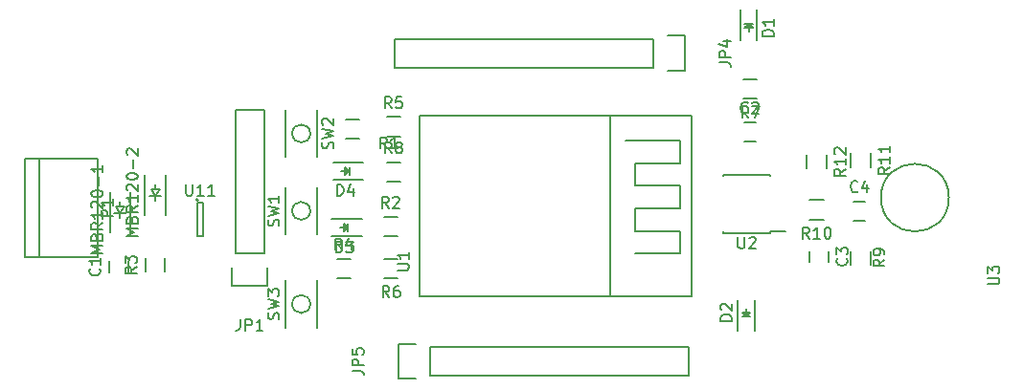
<source format=gbr>
G04 #@! TF.FileFunction,Legend,Top*
%FSLAX46Y46*%
G04 Gerber Fmt 4.6, Leading zero omitted, Abs format (unit mm)*
G04 Created by KiCad (PCBNEW 4.0.2-4+6225~38~ubuntu15.10.1-stable) date Thu 10 Mar 2016 05:21:24 PM CST*
%MOMM*%
G01*
G04 APERTURE LIST*
%ADD10C,0.100000*%
%ADD11C,0.150000*%
G04 APERTURE END LIST*
D10*
D11*
X179520000Y-73630000D02*
X175520000Y-73630000D01*
X174720000Y-63630000D02*
X179520000Y-63630000D01*
X179520000Y-63630000D02*
X179520000Y-65630000D01*
X179520000Y-65630000D02*
X175520000Y-65630000D01*
X175520000Y-65630000D02*
X175520000Y-67630000D01*
X175520000Y-67630000D02*
X179520000Y-67630000D01*
X179520000Y-67630000D02*
X179520000Y-69630000D01*
X179520000Y-69630000D02*
X175520000Y-69630000D01*
X175520000Y-69630000D02*
X175520000Y-71630000D01*
X175520000Y-71630000D02*
X179520000Y-71630000D01*
X179520000Y-71630000D02*
X179520000Y-73630000D01*
X173320000Y-61430000D02*
X173320000Y-77430000D01*
X156520000Y-61430000D02*
X180520000Y-61430000D01*
X180520000Y-61430000D02*
X180520000Y-77430000D01*
X180520000Y-77430000D02*
X156520000Y-77430000D01*
X156520000Y-77430000D02*
X156520000Y-61430000D01*
X186150000Y-80449020D02*
X186150000Y-77749020D01*
X184650000Y-80449020D02*
X184650000Y-77749020D01*
X185550000Y-78949020D02*
X185300000Y-78949020D01*
X185300000Y-78949020D02*
X185450000Y-79099020D01*
X185050000Y-79199020D02*
X185750000Y-79199020D01*
X185400000Y-78849020D02*
X185400000Y-78499020D01*
X185400000Y-79199020D02*
X185050000Y-78849020D01*
X185050000Y-78849020D02*
X185750000Y-78849020D01*
X185750000Y-78849020D02*
X185400000Y-79199020D01*
X146850000Y-62995000D02*
G75*
G03X146850000Y-62995000I-800000J0D01*
G01*
X144650000Y-60895000D02*
X144650000Y-65095000D01*
X147450000Y-65095000D02*
X147450000Y-60895000D01*
X177165000Y-57150000D02*
X154305000Y-57150000D01*
X154305000Y-57150000D02*
X154305000Y-54610000D01*
X154305000Y-54610000D02*
X177165000Y-54610000D01*
X179985000Y-57430000D02*
X178435000Y-57430000D01*
X177165000Y-57150000D02*
X177165000Y-54610000D01*
X178435000Y-54330000D02*
X179985000Y-54330000D01*
X179985000Y-54330000D02*
X179985000Y-57430000D01*
X136950000Y-68900000D02*
G75*
G03X136950000Y-68900000I-100000J0D01*
G01*
X137400000Y-69150000D02*
X136900000Y-69150000D01*
X137400000Y-72050000D02*
X137400000Y-69150000D01*
X136900000Y-72050000D02*
X137400000Y-72050000D01*
X136900000Y-69150000D02*
X136900000Y-72050000D01*
X134025000Y-74050000D02*
X134025000Y-75250000D01*
X132275000Y-75250000D02*
X132275000Y-74050000D01*
X130048000Y-69447500D02*
X130048000Y-69066500D01*
X130048000Y-70463500D02*
X130048000Y-70082500D01*
X130048000Y-70082500D02*
X129667000Y-69447500D01*
X129667000Y-69447500D02*
X130429000Y-69447500D01*
X130429000Y-69447500D02*
X130048000Y-70082500D01*
X129540000Y-70082500D02*
X130556000Y-70082500D01*
X130948000Y-71765000D02*
X130948000Y-68225000D01*
X129148000Y-71765000D02*
X129148000Y-68225000D01*
X140230000Y-73630000D02*
X140230000Y-60930000D01*
X140230000Y-60930000D02*
X142770000Y-60930000D01*
X142770000Y-60930000D02*
X142770000Y-73630000D01*
X139950000Y-76450000D02*
X139950000Y-74900000D01*
X140230000Y-73630000D02*
X142770000Y-73630000D01*
X143050000Y-74900000D02*
X143050000Y-76450000D01*
X143050000Y-76450000D02*
X139950000Y-76450000D01*
X154550000Y-72125000D02*
X153350000Y-72125000D01*
X153350000Y-70375000D02*
X154550000Y-70375000D01*
X187495000Y-71790000D02*
X187495000Y-71645000D01*
X183345000Y-71790000D02*
X183345000Y-71645000D01*
X183345000Y-66640000D02*
X183345000Y-66785000D01*
X187495000Y-66640000D02*
X187495000Y-66785000D01*
X187495000Y-71790000D02*
X183345000Y-71790000D01*
X187495000Y-66640000D02*
X183345000Y-66640000D01*
X187495000Y-71645000D02*
X188895000Y-71645000D01*
X194625000Y-74600000D02*
X194625000Y-73400000D01*
X196375000Y-73400000D02*
X196375000Y-74600000D01*
X203295000Y-68680000D02*
G75*
G03X203295000Y-68680000I-3000000J0D01*
G01*
X190725000Y-66100000D02*
X190725000Y-64900000D01*
X192475000Y-64900000D02*
X192475000Y-66100000D01*
X195900000Y-69000000D02*
X194900000Y-69000000D01*
X194900000Y-70700000D02*
X195900000Y-70700000D01*
X154800000Y-63275000D02*
X153600000Y-63275000D01*
X153600000Y-61525000D02*
X154800000Y-61525000D01*
X146850000Y-78105000D02*
G75*
G03X146850000Y-78105000I-800000J0D01*
G01*
X147450000Y-80205000D02*
X147450000Y-76005000D01*
X144650000Y-76005000D02*
X144650000Y-80205000D01*
X150400000Y-75825000D02*
X149200000Y-75825000D01*
X149200000Y-74075000D02*
X150400000Y-74075000D01*
X153400000Y-74075000D02*
X154600000Y-74075000D01*
X154600000Y-75825000D02*
X153400000Y-75825000D01*
X151200000Y-63475000D02*
X150000000Y-63475000D01*
X150000000Y-61725000D02*
X151200000Y-61725000D01*
X154800000Y-67275000D02*
X153600000Y-67275000D01*
X153600000Y-65525000D02*
X154800000Y-65525000D01*
X157480000Y-81915000D02*
X180340000Y-81915000D01*
X180340000Y-81915000D02*
X180340000Y-84455000D01*
X180340000Y-84455000D02*
X157480000Y-84455000D01*
X154660000Y-81635000D02*
X156210000Y-81635000D01*
X157480000Y-81915000D02*
X157480000Y-84455000D01*
X156210000Y-84735000D02*
X154660000Y-84735000D01*
X154660000Y-84735000D02*
X154660000Y-81635000D01*
X121658540Y-65245100D02*
X121658540Y-73945100D01*
X128063540Y-65245100D02*
X128063540Y-73945100D01*
X128063540Y-73945100D02*
X121658540Y-73945100D01*
X122888540Y-73945100D02*
X122888540Y-65245100D01*
X121658540Y-65245100D02*
X128063540Y-65245100D01*
X129100000Y-74300000D02*
X129100000Y-75300000D01*
X130800000Y-75300000D02*
X130800000Y-74300000D01*
X186190000Y-62015000D02*
X185190000Y-62015000D01*
X185190000Y-63715000D02*
X186190000Y-63715000D01*
X192650000Y-74400000D02*
X192650000Y-73400000D01*
X190950000Y-73400000D02*
X190950000Y-74400000D01*
X184850000Y-52049020D02*
X184850000Y-54749020D01*
X186350000Y-52049020D02*
X186350000Y-54749020D01*
X185450000Y-53549020D02*
X185700000Y-53549020D01*
X185700000Y-53549020D02*
X185550000Y-53399020D01*
X185950000Y-53299020D02*
X185250000Y-53299020D01*
X185600000Y-53649020D02*
X185600000Y-53999020D01*
X185600000Y-53299020D02*
X185950000Y-53649020D01*
X185950000Y-53649020D02*
X185250000Y-53649020D01*
X185250000Y-53649020D02*
X185600000Y-53299020D01*
X185140000Y-58180000D02*
X186340000Y-58180000D01*
X186340000Y-59930000D02*
X185140000Y-59930000D01*
X191000000Y-68875000D02*
X192200000Y-68875000D01*
X192200000Y-70625000D02*
X191000000Y-70625000D01*
X194625000Y-65950000D02*
X194625000Y-64750000D01*
X196375000Y-64750000D02*
X196375000Y-65950000D01*
X133150000Y-67917500D02*
X133150000Y-67536500D01*
X133150000Y-68933500D02*
X133150000Y-68552500D01*
X133150000Y-68552500D02*
X132769000Y-67917500D01*
X132769000Y-67917500D02*
X133531000Y-67917500D01*
X133531000Y-67917500D02*
X133150000Y-68552500D01*
X132642000Y-68552500D02*
X133658000Y-68552500D01*
X134050000Y-70235000D02*
X134050000Y-66695000D01*
X132250000Y-70235000D02*
X132250000Y-66695000D01*
X151450980Y-70600000D02*
X148750980Y-70600000D01*
X151450980Y-72100000D02*
X148750980Y-72100000D01*
X149950980Y-71200000D02*
X149950980Y-71450000D01*
X149950980Y-71450000D02*
X150100980Y-71300000D01*
X150200980Y-71700000D02*
X150200980Y-71000000D01*
X149850980Y-71350000D02*
X149500980Y-71350000D01*
X150200980Y-71350000D02*
X149850980Y-71700000D01*
X149850980Y-71700000D02*
X149850980Y-71000000D01*
X149850980Y-71000000D02*
X150200980Y-71350000D01*
X151549020Y-65550000D02*
X148849020Y-65550000D01*
X151549020Y-67050000D02*
X148849020Y-67050000D01*
X150049020Y-66150000D02*
X150049020Y-66400000D01*
X150049020Y-66400000D02*
X150199020Y-66250000D01*
X150299020Y-66650000D02*
X150299020Y-65950000D01*
X149949020Y-66300000D02*
X149599020Y-66300000D01*
X150299020Y-66300000D02*
X149949020Y-66650000D01*
X149949020Y-66650000D02*
X149949020Y-65950000D01*
X149949020Y-65950000D02*
X150299020Y-66300000D01*
X146850000Y-69850000D02*
G75*
G03X146850000Y-69850000I-800000J0D01*
G01*
X147450000Y-71950000D02*
X147450000Y-67750000D01*
X144650000Y-67750000D02*
X144650000Y-71950000D01*
X154572381Y-75091905D02*
X155381905Y-75091905D01*
X155477143Y-75044286D01*
X155524762Y-74996667D01*
X155572381Y-74901429D01*
X155572381Y-74710952D01*
X155524762Y-74615714D01*
X155477143Y-74568095D01*
X155381905Y-74520476D01*
X154572381Y-74520476D01*
X155572381Y-73520476D02*
X155572381Y-74091905D01*
X155572381Y-73806191D02*
X154572381Y-73806191D01*
X154715238Y-73901429D01*
X154810476Y-73996667D01*
X154858095Y-74091905D01*
X184102381Y-79587115D02*
X183102381Y-79587115D01*
X183102381Y-79349020D01*
X183150000Y-79206162D01*
X183245238Y-79110924D01*
X183340476Y-79063305D01*
X183530952Y-79015686D01*
X183673810Y-79015686D01*
X183864286Y-79063305D01*
X183959524Y-79110924D01*
X184054762Y-79206162D01*
X184102381Y-79349020D01*
X184102381Y-79587115D01*
X183197619Y-78634734D02*
X183150000Y-78587115D01*
X183102381Y-78491877D01*
X183102381Y-78253781D01*
X183150000Y-78158543D01*
X183197619Y-78110924D01*
X183292857Y-78063305D01*
X183388095Y-78063305D01*
X183530952Y-78110924D01*
X184102381Y-78682353D01*
X184102381Y-78063305D01*
X148854762Y-64328333D02*
X148902381Y-64185476D01*
X148902381Y-63947380D01*
X148854762Y-63852142D01*
X148807143Y-63804523D01*
X148711905Y-63756904D01*
X148616667Y-63756904D01*
X148521429Y-63804523D01*
X148473810Y-63852142D01*
X148426190Y-63947380D01*
X148378571Y-64137857D01*
X148330952Y-64233095D01*
X148283333Y-64280714D01*
X148188095Y-64328333D01*
X148092857Y-64328333D01*
X147997619Y-64280714D01*
X147950000Y-64233095D01*
X147902381Y-64137857D01*
X147902381Y-63899761D01*
X147950000Y-63756904D01*
X147902381Y-63423571D02*
X148902381Y-63185476D01*
X148188095Y-62994999D01*
X148902381Y-62804523D01*
X147902381Y-62566428D01*
X147997619Y-62233095D02*
X147950000Y-62185476D01*
X147902381Y-62090238D01*
X147902381Y-61852142D01*
X147950000Y-61756904D01*
X147997619Y-61709285D01*
X148092857Y-61661666D01*
X148188095Y-61661666D01*
X148330952Y-61709285D01*
X148902381Y-62280714D01*
X148902381Y-61661666D01*
X182987381Y-56713333D02*
X183701667Y-56713333D01*
X183844524Y-56760953D01*
X183939762Y-56856191D01*
X183987381Y-56999048D01*
X183987381Y-57094286D01*
X183987381Y-56237143D02*
X182987381Y-56237143D01*
X182987381Y-55856190D01*
X183035000Y-55760952D01*
X183082619Y-55713333D01*
X183177857Y-55665714D01*
X183320714Y-55665714D01*
X183415952Y-55713333D01*
X183463571Y-55760952D01*
X183511190Y-55856190D01*
X183511190Y-56237143D01*
X183320714Y-54808571D02*
X183987381Y-54808571D01*
X182939762Y-55046667D02*
X183654048Y-55284762D01*
X183654048Y-54665714D01*
X135861905Y-67502381D02*
X135861905Y-68311905D01*
X135909524Y-68407143D01*
X135957143Y-68454762D01*
X136052381Y-68502381D01*
X136242858Y-68502381D01*
X136338096Y-68454762D01*
X136385715Y-68407143D01*
X136433334Y-68311905D01*
X136433334Y-67502381D01*
X137433334Y-68502381D02*
X136861905Y-68502381D01*
X137147619Y-68502381D02*
X137147619Y-67502381D01*
X137052381Y-67645238D01*
X136957143Y-67740476D01*
X136861905Y-67788095D01*
X138385715Y-68502381D02*
X137814286Y-68502381D01*
X138100000Y-68502381D02*
X138100000Y-67502381D01*
X138004762Y-67645238D01*
X137909524Y-67740476D01*
X137814286Y-67788095D01*
X131502381Y-74816666D02*
X131026190Y-75150000D01*
X131502381Y-75388095D02*
X130502381Y-75388095D01*
X130502381Y-75007142D01*
X130550000Y-74911904D01*
X130597619Y-74864285D01*
X130692857Y-74816666D01*
X130835714Y-74816666D01*
X130930952Y-74864285D01*
X130978571Y-74911904D01*
X131026190Y-75007142D01*
X131026190Y-75388095D01*
X130502381Y-74483333D02*
X130502381Y-73864285D01*
X130883333Y-74197619D01*
X130883333Y-74054761D01*
X130930952Y-73959523D01*
X130978571Y-73911904D01*
X131073810Y-73864285D01*
X131311905Y-73864285D01*
X131407143Y-73911904D01*
X131454762Y-73959523D01*
X131502381Y-74054761D01*
X131502381Y-74340476D01*
X131454762Y-74435714D01*
X131407143Y-74483333D01*
X128500381Y-73622143D02*
X127500381Y-73622143D01*
X128214667Y-73288809D01*
X127500381Y-72955476D01*
X128500381Y-72955476D01*
X127976571Y-72145952D02*
X128024190Y-72003095D01*
X128071810Y-71955476D01*
X128167048Y-71907857D01*
X128309905Y-71907857D01*
X128405143Y-71955476D01*
X128452762Y-72003095D01*
X128500381Y-72098333D01*
X128500381Y-72479286D01*
X127500381Y-72479286D01*
X127500381Y-72145952D01*
X127548000Y-72050714D01*
X127595619Y-72003095D01*
X127690857Y-71955476D01*
X127786095Y-71955476D01*
X127881333Y-72003095D01*
X127928952Y-72050714D01*
X127976571Y-72145952D01*
X127976571Y-72479286D01*
X128500381Y-70907857D02*
X128024190Y-71241191D01*
X128500381Y-71479286D02*
X127500381Y-71479286D01*
X127500381Y-71098333D01*
X127548000Y-71003095D01*
X127595619Y-70955476D01*
X127690857Y-70907857D01*
X127833714Y-70907857D01*
X127928952Y-70955476D01*
X127976571Y-71003095D01*
X128024190Y-71098333D01*
X128024190Y-71479286D01*
X128500381Y-69955476D02*
X128500381Y-70526905D01*
X128500381Y-70241191D02*
X127500381Y-70241191D01*
X127643238Y-70336429D01*
X127738476Y-70431667D01*
X127786095Y-70526905D01*
X127595619Y-69574524D02*
X127548000Y-69526905D01*
X127500381Y-69431667D01*
X127500381Y-69193571D01*
X127548000Y-69098333D01*
X127595619Y-69050714D01*
X127690857Y-69003095D01*
X127786095Y-69003095D01*
X127928952Y-69050714D01*
X128500381Y-69622143D01*
X128500381Y-69003095D01*
X127500381Y-68384048D02*
X127500381Y-68288809D01*
X127548000Y-68193571D01*
X127595619Y-68145952D01*
X127690857Y-68098333D01*
X127881333Y-68050714D01*
X128119429Y-68050714D01*
X128309905Y-68098333D01*
X128405143Y-68145952D01*
X128452762Y-68193571D01*
X128500381Y-68288809D01*
X128500381Y-68384048D01*
X128452762Y-68479286D01*
X128405143Y-68526905D01*
X128309905Y-68574524D01*
X128119429Y-68622143D01*
X127881333Y-68622143D01*
X127690857Y-68574524D01*
X127595619Y-68526905D01*
X127548000Y-68479286D01*
X127500381Y-68384048D01*
X128119429Y-67622143D02*
X128119429Y-66860238D01*
X128500381Y-65860238D02*
X128500381Y-66431667D01*
X128500381Y-66145953D02*
X127500381Y-66145953D01*
X127643238Y-66241191D01*
X127738476Y-66336429D01*
X127786095Y-66431667D01*
X140666667Y-79452381D02*
X140666667Y-80166667D01*
X140619047Y-80309524D01*
X140523809Y-80404762D01*
X140380952Y-80452381D01*
X140285714Y-80452381D01*
X141142857Y-80452381D02*
X141142857Y-79452381D01*
X141523810Y-79452381D01*
X141619048Y-79500000D01*
X141666667Y-79547619D01*
X141714286Y-79642857D01*
X141714286Y-79785714D01*
X141666667Y-79880952D01*
X141619048Y-79928571D01*
X141523810Y-79976190D01*
X141142857Y-79976190D01*
X142666667Y-80452381D02*
X142095238Y-80452381D01*
X142380952Y-80452381D02*
X142380952Y-79452381D01*
X142285714Y-79595238D01*
X142190476Y-79690476D01*
X142095238Y-79738095D01*
X153783334Y-69602381D02*
X153450000Y-69126190D01*
X153211905Y-69602381D02*
X153211905Y-68602381D01*
X153592858Y-68602381D01*
X153688096Y-68650000D01*
X153735715Y-68697619D01*
X153783334Y-68792857D01*
X153783334Y-68935714D01*
X153735715Y-69030952D01*
X153688096Y-69078571D01*
X153592858Y-69126190D01*
X153211905Y-69126190D01*
X154164286Y-68697619D02*
X154211905Y-68650000D01*
X154307143Y-68602381D01*
X154545239Y-68602381D01*
X154640477Y-68650000D01*
X154688096Y-68697619D01*
X154735715Y-68792857D01*
X154735715Y-68888095D01*
X154688096Y-69030952D01*
X154116667Y-69602381D01*
X154735715Y-69602381D01*
X184658095Y-72167381D02*
X184658095Y-72976905D01*
X184705714Y-73072143D01*
X184753333Y-73119762D01*
X184848571Y-73167381D01*
X185039048Y-73167381D01*
X185134286Y-73119762D01*
X185181905Y-73072143D01*
X185229524Y-72976905D01*
X185229524Y-72167381D01*
X185658095Y-72262619D02*
X185705714Y-72215000D01*
X185800952Y-72167381D01*
X186039048Y-72167381D01*
X186134286Y-72215000D01*
X186181905Y-72262619D01*
X186229524Y-72357857D01*
X186229524Y-72453095D01*
X186181905Y-72595952D01*
X185610476Y-73167381D01*
X186229524Y-73167381D01*
X197603381Y-74166666D02*
X197127190Y-74500000D01*
X197603381Y-74738095D02*
X196603381Y-74738095D01*
X196603381Y-74357142D01*
X196651000Y-74261904D01*
X196698619Y-74214285D01*
X196793857Y-74166666D01*
X196936714Y-74166666D01*
X197031952Y-74214285D01*
X197079571Y-74261904D01*
X197127190Y-74357142D01*
X197127190Y-74738095D01*
X197603381Y-73690476D02*
X197603381Y-73500000D01*
X197555762Y-73404761D01*
X197508143Y-73357142D01*
X197365286Y-73261904D01*
X197174810Y-73214285D01*
X196793857Y-73214285D01*
X196698619Y-73261904D01*
X196651000Y-73309523D01*
X196603381Y-73404761D01*
X196603381Y-73595238D01*
X196651000Y-73690476D01*
X196698619Y-73738095D01*
X196793857Y-73785714D01*
X197031952Y-73785714D01*
X197127190Y-73738095D01*
X197174810Y-73690476D01*
X197222429Y-73595238D01*
X197222429Y-73404761D01*
X197174810Y-73309523D01*
X197127190Y-73261904D01*
X197031952Y-73214285D01*
X206747381Y-76341905D02*
X207556905Y-76341905D01*
X207652143Y-76294286D01*
X207699762Y-76246667D01*
X207747381Y-76151429D01*
X207747381Y-75960952D01*
X207699762Y-75865714D01*
X207652143Y-75818095D01*
X207556905Y-75770476D01*
X206747381Y-75770476D01*
X206747381Y-75389524D02*
X206747381Y-74770476D01*
X207128333Y-75103810D01*
X207128333Y-74960952D01*
X207175952Y-74865714D01*
X207223571Y-74818095D01*
X207318810Y-74770476D01*
X207556905Y-74770476D01*
X207652143Y-74818095D01*
X207699762Y-74865714D01*
X207747381Y-74960952D01*
X207747381Y-75246667D01*
X207699762Y-75341905D01*
X207652143Y-75389524D01*
X194152381Y-66142857D02*
X193676190Y-66476191D01*
X194152381Y-66714286D02*
X193152381Y-66714286D01*
X193152381Y-66333333D01*
X193200000Y-66238095D01*
X193247619Y-66190476D01*
X193342857Y-66142857D01*
X193485714Y-66142857D01*
X193580952Y-66190476D01*
X193628571Y-66238095D01*
X193676190Y-66333333D01*
X193676190Y-66714286D01*
X194152381Y-65190476D02*
X194152381Y-65761905D01*
X194152381Y-65476191D02*
X193152381Y-65476191D01*
X193295238Y-65571429D01*
X193390476Y-65666667D01*
X193438095Y-65761905D01*
X193247619Y-64809524D02*
X193200000Y-64761905D01*
X193152381Y-64666667D01*
X193152381Y-64428571D01*
X193200000Y-64333333D01*
X193247619Y-64285714D01*
X193342857Y-64238095D01*
X193438095Y-64238095D01*
X193580952Y-64285714D01*
X194152381Y-64857143D01*
X194152381Y-64238095D01*
X195233334Y-68107143D02*
X195185715Y-68154762D01*
X195042858Y-68202381D01*
X194947620Y-68202381D01*
X194804762Y-68154762D01*
X194709524Y-68059524D01*
X194661905Y-67964286D01*
X194614286Y-67773810D01*
X194614286Y-67630952D01*
X194661905Y-67440476D01*
X194709524Y-67345238D01*
X194804762Y-67250000D01*
X194947620Y-67202381D01*
X195042858Y-67202381D01*
X195185715Y-67250000D01*
X195233334Y-67297619D01*
X196090477Y-67535714D02*
X196090477Y-68202381D01*
X195852381Y-67154762D02*
X195614286Y-67869048D01*
X196233334Y-67869048D01*
X154033334Y-60752381D02*
X153700000Y-60276190D01*
X153461905Y-60752381D02*
X153461905Y-59752381D01*
X153842858Y-59752381D01*
X153938096Y-59800000D01*
X153985715Y-59847619D01*
X154033334Y-59942857D01*
X154033334Y-60085714D01*
X153985715Y-60180952D01*
X153938096Y-60228571D01*
X153842858Y-60276190D01*
X153461905Y-60276190D01*
X154938096Y-59752381D02*
X154461905Y-59752381D01*
X154414286Y-60228571D01*
X154461905Y-60180952D01*
X154557143Y-60133333D01*
X154795239Y-60133333D01*
X154890477Y-60180952D01*
X154938096Y-60228571D01*
X154985715Y-60323810D01*
X154985715Y-60561905D01*
X154938096Y-60657143D01*
X154890477Y-60704762D01*
X154795239Y-60752381D01*
X154557143Y-60752381D01*
X154461905Y-60704762D01*
X154414286Y-60657143D01*
X144054762Y-79438333D02*
X144102381Y-79295476D01*
X144102381Y-79057380D01*
X144054762Y-78962142D01*
X144007143Y-78914523D01*
X143911905Y-78866904D01*
X143816667Y-78866904D01*
X143721429Y-78914523D01*
X143673810Y-78962142D01*
X143626190Y-79057380D01*
X143578571Y-79247857D01*
X143530952Y-79343095D01*
X143483333Y-79390714D01*
X143388095Y-79438333D01*
X143292857Y-79438333D01*
X143197619Y-79390714D01*
X143150000Y-79343095D01*
X143102381Y-79247857D01*
X143102381Y-79009761D01*
X143150000Y-78866904D01*
X143102381Y-78533571D02*
X144102381Y-78295476D01*
X143388095Y-78104999D01*
X144102381Y-77914523D01*
X143102381Y-77676428D01*
X143102381Y-77390714D02*
X143102381Y-76771666D01*
X143483333Y-77105000D01*
X143483333Y-76962142D01*
X143530952Y-76866904D01*
X143578571Y-76819285D01*
X143673810Y-76771666D01*
X143911905Y-76771666D01*
X144007143Y-76819285D01*
X144054762Y-76866904D01*
X144102381Y-76962142D01*
X144102381Y-77247857D01*
X144054762Y-77343095D01*
X144007143Y-77390714D01*
X149633334Y-73302381D02*
X149300000Y-72826190D01*
X149061905Y-73302381D02*
X149061905Y-72302381D01*
X149442858Y-72302381D01*
X149538096Y-72350000D01*
X149585715Y-72397619D01*
X149633334Y-72492857D01*
X149633334Y-72635714D01*
X149585715Y-72730952D01*
X149538096Y-72778571D01*
X149442858Y-72826190D01*
X149061905Y-72826190D01*
X150490477Y-72635714D02*
X150490477Y-73302381D01*
X150252381Y-72254762D02*
X150014286Y-72969048D01*
X150633334Y-72969048D01*
X153833334Y-77502381D02*
X153500000Y-77026190D01*
X153261905Y-77502381D02*
X153261905Y-76502381D01*
X153642858Y-76502381D01*
X153738096Y-76550000D01*
X153785715Y-76597619D01*
X153833334Y-76692857D01*
X153833334Y-76835714D01*
X153785715Y-76930952D01*
X153738096Y-76978571D01*
X153642858Y-77026190D01*
X153261905Y-77026190D01*
X154690477Y-76502381D02*
X154500000Y-76502381D01*
X154404762Y-76550000D01*
X154357143Y-76597619D01*
X154261905Y-76740476D01*
X154214286Y-76930952D01*
X154214286Y-77311905D01*
X154261905Y-77407143D01*
X154309524Y-77454762D01*
X154404762Y-77502381D01*
X154595239Y-77502381D01*
X154690477Y-77454762D01*
X154738096Y-77407143D01*
X154785715Y-77311905D01*
X154785715Y-77073810D01*
X154738096Y-76978571D01*
X154690477Y-76930952D01*
X154595239Y-76883333D01*
X154404762Y-76883333D01*
X154309524Y-76930952D01*
X154261905Y-76978571D01*
X154214286Y-77073810D01*
X153608334Y-64322381D02*
X153275000Y-63846190D01*
X153036905Y-64322381D02*
X153036905Y-63322381D01*
X153417858Y-63322381D01*
X153513096Y-63370000D01*
X153560715Y-63417619D01*
X153608334Y-63512857D01*
X153608334Y-63655714D01*
X153560715Y-63750952D01*
X153513096Y-63798571D01*
X153417858Y-63846190D01*
X153036905Y-63846190D01*
X154560715Y-64322381D02*
X153989286Y-64322381D01*
X154275000Y-64322381D02*
X154275000Y-63322381D01*
X154179762Y-63465238D01*
X154084524Y-63560476D01*
X153989286Y-63608095D01*
X154033334Y-64752381D02*
X153700000Y-64276190D01*
X153461905Y-64752381D02*
X153461905Y-63752381D01*
X153842858Y-63752381D01*
X153938096Y-63800000D01*
X153985715Y-63847619D01*
X154033334Y-63942857D01*
X154033334Y-64085714D01*
X153985715Y-64180952D01*
X153938096Y-64228571D01*
X153842858Y-64276190D01*
X153461905Y-64276190D01*
X154604762Y-64180952D02*
X154509524Y-64133333D01*
X154461905Y-64085714D01*
X154414286Y-63990476D01*
X154414286Y-63942857D01*
X154461905Y-63847619D01*
X154509524Y-63800000D01*
X154604762Y-63752381D01*
X154795239Y-63752381D01*
X154890477Y-63800000D01*
X154938096Y-63847619D01*
X154985715Y-63942857D01*
X154985715Y-63990476D01*
X154938096Y-64085714D01*
X154890477Y-64133333D01*
X154795239Y-64180952D01*
X154604762Y-64180952D01*
X154509524Y-64228571D01*
X154461905Y-64276190D01*
X154414286Y-64371429D01*
X154414286Y-64561905D01*
X154461905Y-64657143D01*
X154509524Y-64704762D01*
X154604762Y-64752381D01*
X154795239Y-64752381D01*
X154890477Y-64704762D01*
X154938096Y-64657143D01*
X154985715Y-64561905D01*
X154985715Y-64371429D01*
X154938096Y-64276190D01*
X154890477Y-64228571D01*
X154795239Y-64180952D01*
X150562381Y-84018333D02*
X151276667Y-84018333D01*
X151419524Y-84065953D01*
X151514762Y-84161191D01*
X151562381Y-84304048D01*
X151562381Y-84399286D01*
X151562381Y-83542143D02*
X150562381Y-83542143D01*
X150562381Y-83161190D01*
X150610000Y-83065952D01*
X150657619Y-83018333D01*
X150752857Y-82970714D01*
X150895714Y-82970714D01*
X150990952Y-83018333D01*
X151038571Y-83065952D01*
X151086190Y-83161190D01*
X151086190Y-83542143D01*
X150562381Y-82065952D02*
X150562381Y-82542143D01*
X151038571Y-82589762D01*
X150990952Y-82542143D01*
X150943333Y-82446905D01*
X150943333Y-82208809D01*
X150990952Y-82113571D01*
X151038571Y-82065952D01*
X151133810Y-82018333D01*
X151371905Y-82018333D01*
X151467143Y-82065952D01*
X151514762Y-82113571D01*
X151562381Y-82208809D01*
X151562381Y-82446905D01*
X151514762Y-82542143D01*
X151467143Y-82589762D01*
X129378381Y-70334095D02*
X128378381Y-70334095D01*
X128378381Y-69953142D01*
X128426000Y-69857904D01*
X128473619Y-69810285D01*
X128568857Y-69762666D01*
X128711714Y-69762666D01*
X128806952Y-69810285D01*
X128854571Y-69857904D01*
X128902190Y-69953142D01*
X128902190Y-70334095D01*
X129378381Y-68810285D02*
X129378381Y-69381714D01*
X129378381Y-69096000D02*
X128378381Y-69096000D01*
X128521238Y-69191238D01*
X128616476Y-69286476D01*
X128664095Y-69381714D01*
X128207143Y-74966666D02*
X128254762Y-75014285D01*
X128302381Y-75157142D01*
X128302381Y-75252380D01*
X128254762Y-75395238D01*
X128159524Y-75490476D01*
X128064286Y-75538095D01*
X127873810Y-75585714D01*
X127730952Y-75585714D01*
X127540476Y-75538095D01*
X127445238Y-75490476D01*
X127350000Y-75395238D01*
X127302381Y-75252380D01*
X127302381Y-75157142D01*
X127350000Y-75014285D01*
X127397619Y-74966666D01*
X128302381Y-74014285D02*
X128302381Y-74585714D01*
X128302381Y-74300000D02*
X127302381Y-74300000D01*
X127445238Y-74395238D01*
X127540476Y-74490476D01*
X127588095Y-74585714D01*
X185523334Y-61122143D02*
X185475715Y-61169762D01*
X185332858Y-61217381D01*
X185237620Y-61217381D01*
X185094762Y-61169762D01*
X184999524Y-61074524D01*
X184951905Y-60979286D01*
X184904286Y-60788810D01*
X184904286Y-60645952D01*
X184951905Y-60455476D01*
X184999524Y-60360238D01*
X185094762Y-60265000D01*
X185237620Y-60217381D01*
X185332858Y-60217381D01*
X185475715Y-60265000D01*
X185523334Y-60312619D01*
X185904286Y-60312619D02*
X185951905Y-60265000D01*
X186047143Y-60217381D01*
X186285239Y-60217381D01*
X186380477Y-60265000D01*
X186428096Y-60312619D01*
X186475715Y-60407857D01*
X186475715Y-60503095D01*
X186428096Y-60645952D01*
X185856667Y-61217381D01*
X186475715Y-61217381D01*
X194257143Y-74066666D02*
X194304762Y-74114285D01*
X194352381Y-74257142D01*
X194352381Y-74352380D01*
X194304762Y-74495238D01*
X194209524Y-74590476D01*
X194114286Y-74638095D01*
X193923810Y-74685714D01*
X193780952Y-74685714D01*
X193590476Y-74638095D01*
X193495238Y-74590476D01*
X193400000Y-74495238D01*
X193352381Y-74352380D01*
X193352381Y-74257142D01*
X193400000Y-74114285D01*
X193447619Y-74066666D01*
X193352381Y-73733333D02*
X193352381Y-73114285D01*
X193733333Y-73447619D01*
X193733333Y-73304761D01*
X193780952Y-73209523D01*
X193828571Y-73161904D01*
X193923810Y-73114285D01*
X194161905Y-73114285D01*
X194257143Y-73161904D01*
X194304762Y-73209523D01*
X194352381Y-73304761D01*
X194352381Y-73590476D01*
X194304762Y-73685714D01*
X194257143Y-73733333D01*
X187802381Y-54387115D02*
X186802381Y-54387115D01*
X186802381Y-54149020D01*
X186850000Y-54006162D01*
X186945238Y-53910924D01*
X187040476Y-53863305D01*
X187230952Y-53815686D01*
X187373810Y-53815686D01*
X187564286Y-53863305D01*
X187659524Y-53910924D01*
X187754762Y-54006162D01*
X187802381Y-54149020D01*
X187802381Y-54387115D01*
X187802381Y-52863305D02*
X187802381Y-53434734D01*
X187802381Y-53149020D02*
X186802381Y-53149020D01*
X186945238Y-53244258D01*
X187040476Y-53339496D01*
X187088095Y-53434734D01*
X185573334Y-61607381D02*
X185240000Y-61131190D01*
X185001905Y-61607381D02*
X185001905Y-60607381D01*
X185382858Y-60607381D01*
X185478096Y-60655000D01*
X185525715Y-60702619D01*
X185573334Y-60797857D01*
X185573334Y-60940714D01*
X185525715Y-61035952D01*
X185478096Y-61083571D01*
X185382858Y-61131190D01*
X185001905Y-61131190D01*
X185906667Y-60607381D02*
X186573334Y-60607381D01*
X186144762Y-61607381D01*
X190957143Y-72302381D02*
X190623809Y-71826190D01*
X190385714Y-72302381D02*
X190385714Y-71302381D01*
X190766667Y-71302381D01*
X190861905Y-71350000D01*
X190909524Y-71397619D01*
X190957143Y-71492857D01*
X190957143Y-71635714D01*
X190909524Y-71730952D01*
X190861905Y-71778571D01*
X190766667Y-71826190D01*
X190385714Y-71826190D01*
X191909524Y-72302381D02*
X191338095Y-72302381D01*
X191623809Y-72302381D02*
X191623809Y-71302381D01*
X191528571Y-71445238D01*
X191433333Y-71540476D01*
X191338095Y-71588095D01*
X192528571Y-71302381D02*
X192623810Y-71302381D01*
X192719048Y-71350000D01*
X192766667Y-71397619D01*
X192814286Y-71492857D01*
X192861905Y-71683333D01*
X192861905Y-71921429D01*
X192814286Y-72111905D01*
X192766667Y-72207143D01*
X192719048Y-72254762D01*
X192623810Y-72302381D01*
X192528571Y-72302381D01*
X192433333Y-72254762D01*
X192385714Y-72207143D01*
X192338095Y-72111905D01*
X192290476Y-71921429D01*
X192290476Y-71683333D01*
X192338095Y-71492857D01*
X192385714Y-71397619D01*
X192433333Y-71350000D01*
X192528571Y-71302381D01*
X198052381Y-65992857D02*
X197576190Y-66326191D01*
X198052381Y-66564286D02*
X197052381Y-66564286D01*
X197052381Y-66183333D01*
X197100000Y-66088095D01*
X197147619Y-66040476D01*
X197242857Y-65992857D01*
X197385714Y-65992857D01*
X197480952Y-66040476D01*
X197528571Y-66088095D01*
X197576190Y-66183333D01*
X197576190Y-66564286D01*
X198052381Y-65040476D02*
X198052381Y-65611905D01*
X198052381Y-65326191D02*
X197052381Y-65326191D01*
X197195238Y-65421429D01*
X197290476Y-65516667D01*
X197338095Y-65611905D01*
X198052381Y-64088095D02*
X198052381Y-64659524D01*
X198052381Y-64373810D02*
X197052381Y-64373810D01*
X197195238Y-64469048D01*
X197290476Y-64564286D01*
X197338095Y-64659524D01*
X131602381Y-72092143D02*
X130602381Y-72092143D01*
X131316667Y-71758809D01*
X130602381Y-71425476D01*
X131602381Y-71425476D01*
X131078571Y-70615952D02*
X131126190Y-70473095D01*
X131173810Y-70425476D01*
X131269048Y-70377857D01*
X131411905Y-70377857D01*
X131507143Y-70425476D01*
X131554762Y-70473095D01*
X131602381Y-70568333D01*
X131602381Y-70949286D01*
X130602381Y-70949286D01*
X130602381Y-70615952D01*
X130650000Y-70520714D01*
X130697619Y-70473095D01*
X130792857Y-70425476D01*
X130888095Y-70425476D01*
X130983333Y-70473095D01*
X131030952Y-70520714D01*
X131078571Y-70615952D01*
X131078571Y-70949286D01*
X131602381Y-69377857D02*
X131126190Y-69711191D01*
X131602381Y-69949286D02*
X130602381Y-69949286D01*
X130602381Y-69568333D01*
X130650000Y-69473095D01*
X130697619Y-69425476D01*
X130792857Y-69377857D01*
X130935714Y-69377857D01*
X131030952Y-69425476D01*
X131078571Y-69473095D01*
X131126190Y-69568333D01*
X131126190Y-69949286D01*
X131602381Y-68425476D02*
X131602381Y-68996905D01*
X131602381Y-68711191D02*
X130602381Y-68711191D01*
X130745238Y-68806429D01*
X130840476Y-68901667D01*
X130888095Y-68996905D01*
X130697619Y-68044524D02*
X130650000Y-67996905D01*
X130602381Y-67901667D01*
X130602381Y-67663571D01*
X130650000Y-67568333D01*
X130697619Y-67520714D01*
X130792857Y-67473095D01*
X130888095Y-67473095D01*
X131030952Y-67520714D01*
X131602381Y-68092143D01*
X131602381Y-67473095D01*
X130602381Y-66854048D02*
X130602381Y-66758809D01*
X130650000Y-66663571D01*
X130697619Y-66615952D01*
X130792857Y-66568333D01*
X130983333Y-66520714D01*
X131221429Y-66520714D01*
X131411905Y-66568333D01*
X131507143Y-66615952D01*
X131554762Y-66663571D01*
X131602381Y-66758809D01*
X131602381Y-66854048D01*
X131554762Y-66949286D01*
X131507143Y-66996905D01*
X131411905Y-67044524D01*
X131221429Y-67092143D01*
X130983333Y-67092143D01*
X130792857Y-67044524D01*
X130697619Y-66996905D01*
X130650000Y-66949286D01*
X130602381Y-66854048D01*
X131221429Y-66092143D02*
X131221429Y-65330238D01*
X130697619Y-64901667D02*
X130650000Y-64854048D01*
X130602381Y-64758810D01*
X130602381Y-64520714D01*
X130650000Y-64425476D01*
X130697619Y-64377857D01*
X130792857Y-64330238D01*
X130888095Y-64330238D01*
X131030952Y-64377857D01*
X131602381Y-64949286D01*
X131602381Y-64330238D01*
X149112885Y-73552381D02*
X149112885Y-72552381D01*
X149350980Y-72552381D01*
X149493838Y-72600000D01*
X149589076Y-72695238D01*
X149636695Y-72790476D01*
X149684314Y-72980952D01*
X149684314Y-73123810D01*
X149636695Y-73314286D01*
X149589076Y-73409524D01*
X149493838Y-73504762D01*
X149350980Y-73552381D01*
X149112885Y-73552381D01*
X150017647Y-72552381D02*
X150636695Y-72552381D01*
X150303361Y-72933333D01*
X150446219Y-72933333D01*
X150541457Y-72980952D01*
X150589076Y-73028571D01*
X150636695Y-73123810D01*
X150636695Y-73361905D01*
X150589076Y-73457143D01*
X150541457Y-73504762D01*
X150446219Y-73552381D01*
X150160504Y-73552381D01*
X150065266Y-73504762D01*
X150017647Y-73457143D01*
X149210925Y-68502381D02*
X149210925Y-67502381D01*
X149449020Y-67502381D01*
X149591878Y-67550000D01*
X149687116Y-67645238D01*
X149734735Y-67740476D01*
X149782354Y-67930952D01*
X149782354Y-68073810D01*
X149734735Y-68264286D01*
X149687116Y-68359524D01*
X149591878Y-68454762D01*
X149449020Y-68502381D01*
X149210925Y-68502381D01*
X150639497Y-67835714D02*
X150639497Y-68502381D01*
X150401401Y-67454762D02*
X150163306Y-68169048D01*
X150782354Y-68169048D01*
X144054762Y-71183333D02*
X144102381Y-71040476D01*
X144102381Y-70802380D01*
X144054762Y-70707142D01*
X144007143Y-70659523D01*
X143911905Y-70611904D01*
X143816667Y-70611904D01*
X143721429Y-70659523D01*
X143673810Y-70707142D01*
X143626190Y-70802380D01*
X143578571Y-70992857D01*
X143530952Y-71088095D01*
X143483333Y-71135714D01*
X143388095Y-71183333D01*
X143292857Y-71183333D01*
X143197619Y-71135714D01*
X143150000Y-71088095D01*
X143102381Y-70992857D01*
X143102381Y-70754761D01*
X143150000Y-70611904D01*
X143102381Y-70278571D02*
X144102381Y-70040476D01*
X143388095Y-69849999D01*
X144102381Y-69659523D01*
X143102381Y-69421428D01*
X144102381Y-68516666D02*
X144102381Y-69088095D01*
X144102381Y-68802381D02*
X143102381Y-68802381D01*
X143245238Y-68897619D01*
X143340476Y-68992857D01*
X143388095Y-69088095D01*
M02*

</source>
